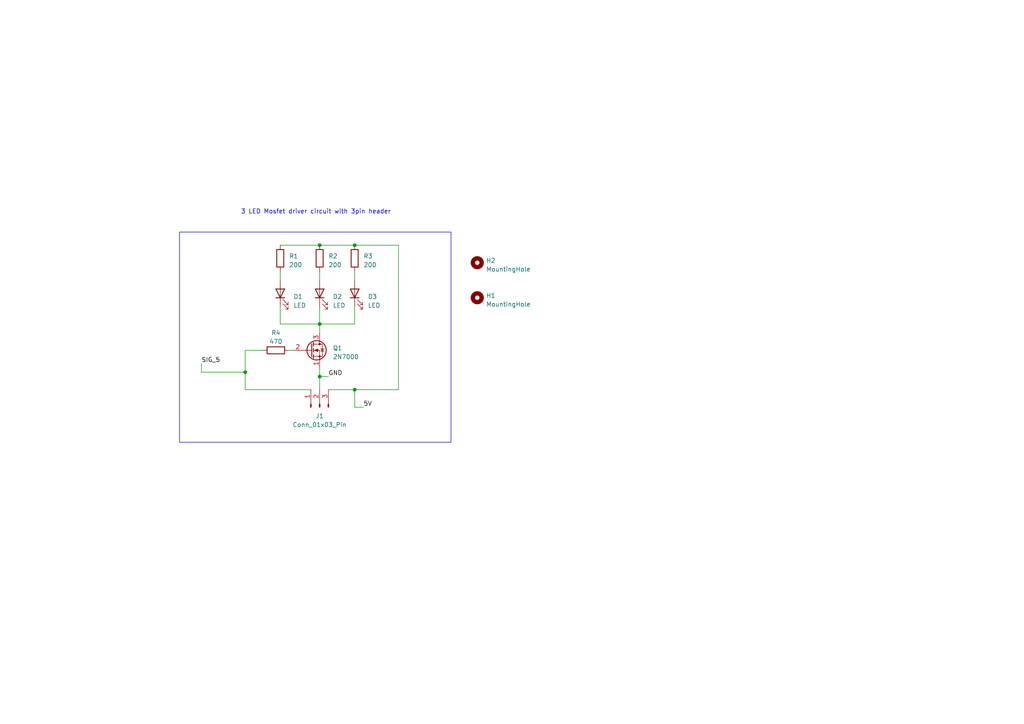
<source format=kicad_sch>
(kicad_sch (version 20230121) (generator eeschema)
  (paper "A4")
  (lib_symbols
    (symbol "Connector:Conn_01x03_Pin" (pin_names (offset 1.016) hide)
      (property "Reference" "J" (at 0 5.08 0))
      (property "Value" "Conn_01x03_Pin" (at 0 -5.08 0))
      (symbol "Conn_01x03_Pin_1_1"
        (polyline (pts (xy 1.27 -2.54) (xy 0.8636 -2.54)) (stroke (width 0.1524)))
        (polyline (pts (xy 1.27 0) (xy 0.8636 0)) (stroke (width 0.1524)))
        (polyline (pts (xy 1.27 2.54) (xy 0.8636 2.54)) (stroke (width 0.1524)))
        (rectangle (start 0.8636 -2.413) (end 0 -2.667) (stroke (width 0.1524)) (fill (type outline)))
        (rectangle (start 0.8636 0.127) (end 0 -0.127) (stroke (width 0.1524)) (fill (type outline)))
        (rectangle (start 0.8636 2.667) (end 0 2.413) (stroke (width 0.1524)) (fill (type outline)))
        (pin passive line (at 5.08 2.54 180) (length 3.81) (name "Pin_1") (number "1"))
        (pin passive line (at 5.08 0 180) (length 3.81) (name "Pin_2") (number "2"))
        (pin passive line (at 5.08 -2.54 180) (length 3.81) (name "Pin_3") (number "3"))
      )
    )
    (symbol "Device:LED" (pin_numbers hide) (pin_names (offset 1.016) hide)
      (property "Reference" "D" (at 0 2.54 0))
      (property "Value" "LED" (at 0 -2.54 0))
      (symbol "LED_0_1"
        (polyline (pts (xy -1.27 -1.27) (xy -1.27 1.27)) (stroke (width 0.254)))
        (polyline (pts (xy -1.27 0) (xy 1.27 0)))
        (polyline (pts (xy 1.27 -1.27) (xy 1.27 1.27) (xy -1.27 0) (xy 1.27 -1.27)) (stroke (width 0.254)))
        (polyline (pts (xy -3.048 -0.762) (xy -4.572 -2.286) (xy -3.81 -2.286) (xy -4.572 -2.286) (xy -4.572 -1.524)))
        (polyline (pts (xy -1.778 -0.762) (xy -3.302 -2.286) (xy -2.54 -2.286) (xy -3.302 -2.286) (xy -3.302 -1.524)))
      )
      (symbol "LED_1_1"
        (pin passive line (at -3.81 0 0) (length 2.54) (name "K") (number "1"))
        (pin passive line (at 3.81 0 180) (length 2.54) (name "A") (number "2"))
      )
    )
    (symbol "Device:R" (pin_numbers hide) (pin_names (offset 0))
      (property "Reference" "R" (at 2.032 0 90))
      (property "Value" "R" (at 0 0 90))
      (symbol "R_0_1"
        (rectangle (start -1.016 -2.54) (end 1.016 2.54) (stroke (width 0.254)))
      )
      (symbol "R_1_1"
        (pin passive line (at 0 3.81 270) (length 1.27) (name "~") (number "1"))
        (pin passive line (at 0 -3.81 90) (length 1.27) (name "~") (number "2"))
      )
    )
    (symbol "Mechanical:MountingHole" (pin_names (offset 1.016))
      (property "Reference" "H" (at 0 5.08 0))
      (property "Value" "MountingHole" (at 0 3.175 0))
      (symbol "MountingHole_0_1"
        (circle (center 0 0) (radius 1.27) (stroke (width 1.27)))
      )
    )
    (symbol "Transistor_FET:2N7000" (pin_names hide)
      (property "Reference" "Q" (at 5.08 1.905 0))
      (property "Value" "2N7000" (at 5.08 0 0))
      (symbol "2N7000_0_1"
        (polyline (pts (xy 0.254 0) (xy -2.54 0)))
        (polyline (pts (xy 0.254 1.905) (xy 0.254 -1.905)) (stroke (width 0.254)))
        (polyline (pts (xy 0.762 -1.27) (xy 0.762 -2.286)) (stroke (width 0.254)))
        (polyline (pts (xy 0.762 0.508) (xy 0.762 -0.508)) (stroke (width 0.254)))
        (polyline (pts (xy 0.762 2.286) (xy 0.762 1.27)) (stroke (width 0.254)))
        (polyline (pts (xy 2.54 2.54) (xy 2.54 1.778)))
        (polyline (pts (xy 2.54 -2.54) (xy 2.54 0) (xy 0.762 0)))
        (polyline (pts (xy 0.762 -1.778) (xy 3.302 -1.778) (xy 3.302 1.778) (xy 0.762 1.778)))
        (polyline (pts (xy 1.016 0) (xy 2.032 0.381) (xy 2.032 -0.381) (xy 1.016 0)) (fill (type outline)))
        (polyline (pts (xy 2.794 0.508) (xy 2.921 0.381) (xy 3.683 0.381) (xy 3.81 0.254)))
        (polyline (pts (xy 3.302 0.381) (xy 2.921 -0.254) (xy 3.683 -0.254) (xy 3.302 0.381)))
        (circle (center 1.651 0) (radius 2.794) (stroke (width 0.254)))
        (circle (center 2.54 -1.778) (radius 0.254) (fill (type outline)))
        (circle (center 2.54 1.778) (radius 0.254) (fill (type outline)))
      )
      (symbol "2N7000_1_1"
        (pin passive line (at 2.54 -5.08 90) (length 2.54) (name "S") (number "1"))
        (pin input line (at -5.08 0 0) (length 2.54) (name "G") (number "2"))
        (pin passive line (at 2.54 5.08 270) (length 2.54) (name "D") (number "3"))
      )
    )
  )
  (junction (at 71.12 107.95))
  (junction (at 92.71 109.22))
  (junction (at 92.71 93.98))
  (junction (at 92.71 71.12))
  (junction (at 102.87 71.12))
  (junction (at 102.87 113.03))
  (wire (pts (xy 92.71 71.12) (xy 102.87 71.12)))
  (wire (pts (xy 92.71 88.9) (xy 92.71 93.98)))
  (wire (pts (xy 71.12 101.6) (xy 71.12 107.95)))
  (wire (pts (xy 115.57 71.12) (xy 115.57 113.03)))
  (wire (pts (xy 81.28 71.12) (xy 92.71 71.12)))
  (wire (pts (xy 81.28 78.74) (xy 81.28 81.28)))
  (wire (pts (xy 83.82 101.6) (xy 85.09 101.6)))
  (wire (pts (xy 92.71 93.98) (xy 92.71 96.52)))
  (wire (pts (xy 58.42 105.41) (xy 58.42 107.95)))
  (wire (pts (xy 102.87 71.12) (xy 115.57 71.12)))
  (wire (pts (xy 92.71 78.74) (xy 92.71 81.28)))
  (wire (pts (xy 71.12 113.03) (xy 90.17 113.03)))
  (wire (pts (xy 92.71 106.68) (xy 92.71 109.22)))
  (wire (pts (xy 95.25 113.03) (xy 102.87 113.03)))
  (wire (pts (xy 95.25 109.22) (xy 92.71 109.22)))
  (wire (pts (xy 102.87 93.98) (xy 92.71 93.98)))
  (wire (pts (xy 92.71 109.22) (xy 92.71 113.03)))
  (wire (pts (xy 71.12 107.95) (xy 71.12 113.03)))
  (wire (pts (xy 71.12 101.6) (xy 76.2 101.6)))
  (wire (pts (xy 102.87 118.11) (xy 102.87 113.03)))
  (wire (pts (xy 102.87 88.9) (xy 102.87 93.98)))
  (wire (pts (xy 102.87 113.03) (xy 115.57 113.03)))
  (wire (pts (xy 81.28 93.98) (xy 92.71 93.98)))
  (wire (pts (xy 81.28 88.9) (xy 81.28 93.98)))
  (wire (pts (xy 58.42 107.95) (xy 71.12 107.95)))
  (wire (pts (xy 105.41 118.11) (xy 102.87 118.11)))
  (wire (pts (xy 102.87 78.74) (xy 102.87 81.28)))
  (rectangle (start 52.07 67.31) (end 130.81 128.27))
  (text "3 LED Mosfet driver circuit with 3pin header" (at 69.85 62.23 0) (effects (font (size 1.27 1.27)) (justify left bottom)))
  (label "GND" (at 95.25 109.22 0))
  (label "SIG_5" (at 58.42 105.41 0))
  (label "5V" (at 105.41 118.11 0))
  (symbol (lib_id "Device:R") (at 92.71 74.93 0) (unit 1)
    (property "Reference" "R2" (at 95.25 74.295 0) (effects (justify left)))
    (property "Value" "200" (at 95.25 76.835 0) (effects (justify left)))
    (property "Footprint" "Resistor_THT:R_Axial_DIN0207_L6.3mm_D2.5mm_P7.62mm_Horizontal" (effects hide))
    (property "Datasheet" "https://www.farnell.com/datasheets/3436052.pdf" (effects hide))
    (property "JLPCB Part #" "C138210" (effects hide))
  )
  (symbol (lib_id "Connector:Conn_01x03_Pin") (at 92.71 118.11 90) (unit 1)
    (property "Reference" "J1" (at 92.71 120.65 90))
    (property "Value" "Conn_01x03_Pin" (at 92.71 123.19 90))
    (property "Footprint" "Connector_PinHeader_2.54mm:PinHeader_1x03_P2.54mm_Horizontal" (effects hide))
    (property "JLCPCB Part #" "C706866" (effects hide))
  )
  (symbol (lib_id "Device:R") (at 80.01 101.6 90) (unit 1)
    (property "Reference" "R4" (at 80.01 96.52 90))
    (property "Value" "470" (at 80.01 99.06 90))
    (property "Footprint" "Resistor_THT:R_Axial_DIN0207_L6.3mm_D2.5mm_P7.62mm_Horizontal" (effects hide))
    (property "Datasheet" "https://www.te.com/usa-en/product-1-1625886-8.datasheet.pdf" (effects hide))
    (property "part" "ROX1SJ470R" (effects hide))
  )
  (symbol (lib_id "Device:LED") (at 81.28 85.09 90) (unit 1)
    (property "Reference" "D1" (at 85.09 86.0425 90) (effects (justify right)))
    (property "Value" "LED" (at 85.09 88.5825 90) (effects (justify right)))
    (property "Footprint" "LED_THT:LED_D5.0mm_Horizontal_O1.27mm_Z3.0mm" (effects hide))
    (property "Datasheet" "https://www.farnell.com/datasheets/2861525.pdf" (effects hide))
    (property "JLBPCB Part #" "C397053" (effects hide))
  )
  (symbol (lib_id "Device:LED") (at 102.87 85.09 90) (unit 1)
    (property "Reference" "D3" (at 106.68 86.0425 90) (effects (justify right)))
    (property "Value" "LED" (at 106.68 88.5825 90) (effects (justify right)))
    (property "Footprint" "LED_THT:LED_D5.0mm_Horizontal_O1.27mm_Z3.0mm" (effects hide))
    (property "Datasheet" "https://www.farnell.com/datasheets/3046081.pdf" (effects hide))
    (property "JLCPCB Part #" "C397053" (effects hide))
  )
  (symbol (lib_id "Device:LED") (at 92.71 85.09 90) (unit 1)
    (property "Reference" "D2" (at 96.52 86.0425 90) (effects (justify right)))
    (property "Value" "LED" (at 96.52 88.5825 90) (effects (justify right)))
    (property "Footprint" "LED_THT:LED_D5.0mm_Horizontal_O1.27mm_Z3.0mm" (effects hide))
    (property "Datasheet" "https://www.farnell.com/datasheets/3046081.pdf" (effects hide))
    (property "JLCPCB Part #" "C397053" (effects hide))
  )
  (symbol (lib_id "Device:R") (at 102.87 74.93 0) (unit 1)
    (property "Reference" "R3" (at 105.41 74.295 0) (effects (justify left)))
    (property "Value" "200" (at 105.41 76.835 0) (effects (justify left)))
    (property "Footprint" "Resistor_THT:R_Axial_DIN0207_L6.3mm_D2.5mm_P7.62mm_Horizontal" (effects hide))
    (property "Datasheet" "https://www.farnell.com/datasheets/3436052.pdf" (effects hide))
    (property "JLPCB Part #" "C138210" (effects hide))
  )
  (symbol (lib_id "Mechanical:MountingHole") (at 138.43 76.2 0) (unit 1)
    (property "Reference" "H2" (at 140.97 75.565 0) (effects (justify left)))
    (property "Value" "MountingHole" (at 140.97 78.105 0) (effects (justify left)))
    (property "Footprint" "MountingHole:MountingHole_2.2mm_M2_DIN965_Pad_TopBottom" (effects hide))
  )
  (symbol (lib_id "Mechanical:MountingHole") (at 138.43 86.36 0) (unit 1)
    (property "Reference" "H1" (at 140.97 85.725 0) (effects (justify left)))
    (property "Value" "MountingHole" (at 140.97 88.265 0) (effects (justify left)))
    (property "Footprint" "MountingHole:MountingHole_2.2mm_M2_DIN965_Pad_TopBottom" (effects hide))
  )
  (symbol (lib_id "Device:R") (at 81.28 74.93 0) (unit 1)
    (property "Reference" "R1" (at 83.82 74.295 0) (effects (justify left)))
    (property "Value" "200" (at 83.82 76.835 0) (effects (justify left)))
    (property "Footprint" "Resistor_THT:R_Axial_DIN0207_L6.3mm_D2.5mm_P7.62mm_Horizontal" (effects hide))
    (property "Datasheet" "https://www.farnell.com/datasheets/3046081.pdf" (effects hide))
    (property "JLPCB Part #" "C138210" (effects hide))
  )
  (symbol (lib_id "Transistor_FET:2N7000") (at 90.17 101.6 0) (unit 1)
    (property "Reference" "Q1" (at 96.52 100.965 0) (effects (justify left)))
    (property "Value" "2N7000" (at 96.52 103.505 0) (effects (justify left)))
    (property "Footprint" "Package_TO_SOT_THT:TO-92_Inline" (effects hide))
    (property "Datasheet" "https://www.vishay.com/docs/70226/70226.pdf" (effects hide))
    (property "JLCPCB Part #" "C9114" (effects hide))
  )
)
</source>
